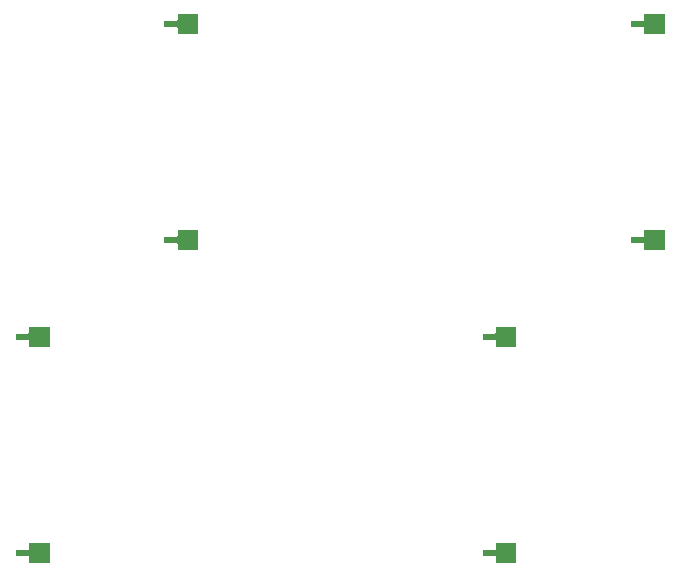
<source format=gbr>
%TF.GenerationSoftware,Altium Limited,Altium Designer,24.10.1 (45)*%
G04 Layer_Color=8421504*
%FSLAX45Y45*%
%MOMM*%
%TF.SameCoordinates,60A24816-13A2-4E53-95B9-A8CDB98880B0*%
%TF.FilePolarity,Positive*%
%TF.FileFunction,Paste,Top*%
%TF.Part,Single*%
G01*
G75*
G36*
X816400Y368400D02*
X817100D01*
X817800Y368500D01*
X818400Y368600D01*
X819100Y368700D01*
X819800Y368800D01*
X820400Y369000D01*
X821100Y369300D01*
X821700Y369500D01*
X822300Y369800D01*
X822900Y370100D01*
X823500Y370500D01*
X824000Y370900D01*
X824600Y371300D01*
X825100Y371700D01*
X825600Y372200D01*
X826100Y372700D01*
X826500Y373200D01*
X826900Y373800D01*
X827300Y374300D01*
X827700Y374900D01*
X828000Y375500D01*
X828300Y376100D01*
X828500Y376700D01*
X828800Y377400D01*
X829000Y378000D01*
X829100Y378700D01*
X829200Y379400D01*
X829300Y380000D01*
X829400Y380700D01*
Y427900D01*
X999400D01*
Y257900D01*
X829400D01*
Y305100D01*
X829300Y305800D01*
X829200Y306400D01*
X829100Y307100D01*
X829000Y307800D01*
X828800Y308400D01*
X828500Y309100D01*
X828300Y309700D01*
X828000Y310300D01*
X827700Y310900D01*
X827300Y311500D01*
X826900Y312000D01*
X826500Y312600D01*
X826100Y313100D01*
X825600Y313600D01*
X825100Y314100D01*
X824600Y314500D01*
X824000Y314900D01*
X823500Y315300D01*
X822900Y315700D01*
X822300Y316000D01*
X821700Y316300D01*
X821100Y316500D01*
X820400Y316800D01*
X819800Y317000D01*
X819100Y317100D01*
X818400Y317200D01*
X817800Y317300D01*
X817100Y317400D01*
X816400D01*
X717400D01*
Y368400D01*
X816400D01*
D02*
G37*
G36*
Y2202280D02*
X817100D01*
X817800Y2202380D01*
X818400Y2202480D01*
X819100Y2202580D01*
X819800Y2202680D01*
X820400Y2202880D01*
X821100Y2203180D01*
X821700Y2203380D01*
X822300Y2203680D01*
X822900Y2203980D01*
X823500Y2204380D01*
X824000Y2204780D01*
X824600Y2205180D01*
X825100Y2205580D01*
X825600Y2206080D01*
X826100Y2206580D01*
X826500Y2207080D01*
X826900Y2207680D01*
X827300Y2208180D01*
X827700Y2208780D01*
X828000Y2209380D01*
X828300Y2209980D01*
X828500Y2210580D01*
X828800Y2211280D01*
X829000Y2211880D01*
X829100Y2212580D01*
X829200Y2213280D01*
X829300Y2213880D01*
X829400Y2214580D01*
Y2261780D01*
X999400D01*
Y2091780D01*
X829400D01*
Y2138980D01*
X829300Y2139680D01*
X829200Y2140280D01*
X829100Y2140980D01*
X829000Y2141680D01*
X828800Y2142280D01*
X828500Y2142980D01*
X828300Y2143580D01*
X828000Y2144180D01*
X827700Y2144780D01*
X827300Y2145380D01*
X826900Y2145880D01*
X826500Y2146480D01*
X826100Y2146980D01*
X825600Y2147480D01*
X825100Y2147980D01*
X824600Y2148380D01*
X824000Y2148780D01*
X823500Y2149180D01*
X822900Y2149580D01*
X822300Y2149880D01*
X821700Y2150180D01*
X821100Y2150380D01*
X820400Y2150680D01*
X819800Y2150880D01*
X819100Y2150980D01*
X818400Y2151080D01*
X817800Y2151180D01*
X817100Y2151280D01*
X816400D01*
X717400D01*
Y2202280D01*
X816400D01*
D02*
G37*
G36*
X2071160Y3017620D02*
X2071860D01*
X2072560Y3017720D01*
X2073160Y3017820D01*
X2073860Y3017920D01*
X2074560Y3018020D01*
X2075160Y3018220D01*
X2075860Y3018520D01*
X2076460Y3018720D01*
X2077060Y3019020D01*
X2077660Y3019320D01*
X2078260Y3019720D01*
X2078760Y3020120D01*
X2079360Y3020520D01*
X2079860Y3020920D01*
X2080360Y3021420D01*
X2080860Y3021920D01*
X2081260Y3022420D01*
X2081660Y3023020D01*
X2082060Y3023520D01*
X2082460Y3024120D01*
X2082760Y3024720D01*
X2083060Y3025320D01*
X2083260Y3025920D01*
X2083560Y3026620D01*
X2083760Y3027220D01*
X2083860Y3027920D01*
X2083960Y3028620D01*
X2084060Y3029220D01*
X2084160Y3029920D01*
Y3077120D01*
X2254160D01*
Y2907120D01*
X2084160D01*
Y2954320D01*
X2084060Y2955020D01*
X2083960Y2955620D01*
X2083860Y2956320D01*
X2083760Y2957020D01*
X2083560Y2957620D01*
X2083260Y2958320D01*
X2083060Y2958920D01*
X2082760Y2959520D01*
X2082460Y2960120D01*
X2082060Y2960720D01*
X2081660Y2961220D01*
X2081260Y2961820D01*
X2080860Y2962320D01*
X2080360Y2962820D01*
X2079860Y2963320D01*
X2079360Y2963720D01*
X2078760Y2964120D01*
X2078260Y2964520D01*
X2077660Y2964920D01*
X2077060Y2965220D01*
X2076460Y2965520D01*
X2075860Y2965720D01*
X2075160Y2966020D01*
X2074560Y2966220D01*
X2073860Y2966320D01*
X2073160Y2966420D01*
X2072560Y2966520D01*
X2071860Y2966620D01*
X2071160D01*
X1972160D01*
Y3017620D01*
X2071160D01*
D02*
G37*
G36*
Y4851500D02*
X2071860D01*
X2072560Y4851600D01*
X2073160Y4851700D01*
X2073860Y4851800D01*
X2074560Y4851900D01*
X2075160Y4852100D01*
X2075860Y4852400D01*
X2076460Y4852600D01*
X2077060Y4852900D01*
X2077660Y4853200D01*
X2078260Y4853600D01*
X2078760Y4854000D01*
X2079360Y4854400D01*
X2079860Y4854800D01*
X2080360Y4855300D01*
X2080860Y4855800D01*
X2081260Y4856300D01*
X2081660Y4856900D01*
X2082060Y4857400D01*
X2082460Y4858000D01*
X2082760Y4858600D01*
X2083060Y4859200D01*
X2083260Y4859800D01*
X2083560Y4860500D01*
X2083760Y4861100D01*
X2083860Y4861800D01*
X2083960Y4862500D01*
X2084060Y4863100D01*
X2084160Y4863800D01*
Y4911000D01*
X2254160D01*
Y4741000D01*
X2084160D01*
Y4788200D01*
X2084060Y4788900D01*
X2083960Y4789500D01*
X2083860Y4790200D01*
X2083760Y4790900D01*
X2083560Y4791500D01*
X2083260Y4792200D01*
X2083060Y4792800D01*
X2082760Y4793400D01*
X2082460Y4794000D01*
X2082060Y4794600D01*
X2081660Y4795100D01*
X2081260Y4795700D01*
X2080860Y4796200D01*
X2080360Y4796700D01*
X2079860Y4797200D01*
X2079360Y4797600D01*
X2078760Y4798000D01*
X2078260Y4798400D01*
X2077660Y4798800D01*
X2077060Y4799100D01*
X2076460Y4799400D01*
X2075860Y4799600D01*
X2075160Y4799900D01*
X2074560Y4800100D01*
X2073860Y4800200D01*
X2073160Y4800300D01*
X2072560Y4800400D01*
X2071860Y4800500D01*
X2071160D01*
X1972160D01*
Y4851500D01*
X2071160D01*
D02*
G37*
G36*
X4768640Y368400D02*
X4769340D01*
X4770040Y368500D01*
X4770640Y368600D01*
X4771340Y368700D01*
X4772040Y368800D01*
X4772640Y369000D01*
X4773340Y369300D01*
X4773940Y369500D01*
X4774540Y369800D01*
X4775140Y370100D01*
X4775740Y370500D01*
X4776240Y370900D01*
X4776840Y371300D01*
X4777340Y371700D01*
X4777840Y372200D01*
X4778340Y372700D01*
X4778740Y373200D01*
X4779140Y373800D01*
X4779540Y374300D01*
X4779940Y374900D01*
X4780240Y375500D01*
X4780540Y376100D01*
X4780740Y376700D01*
X4781040Y377400D01*
X4781240Y378000D01*
X4781340Y378700D01*
X4781440Y379400D01*
X4781540Y380000D01*
X4781640Y380700D01*
Y427900D01*
X4951640D01*
Y257900D01*
X4781640D01*
Y305100D01*
X4781540Y305800D01*
X4781440Y306400D01*
X4781340Y307100D01*
X4781240Y307800D01*
X4781040Y308400D01*
X4780740Y309100D01*
X4780540Y309700D01*
X4780240Y310300D01*
X4779940Y310900D01*
X4779540Y311500D01*
X4779140Y312000D01*
X4778740Y312600D01*
X4778340Y313100D01*
X4777840Y313600D01*
X4777340Y314100D01*
X4776840Y314500D01*
X4776240Y314900D01*
X4775740Y315300D01*
X4775140Y315700D01*
X4774540Y316000D01*
X4773940Y316300D01*
X4773340Y316500D01*
X4772640Y316800D01*
X4772040Y317000D01*
X4771340Y317100D01*
X4770640Y317200D01*
X4770040Y317300D01*
X4769340Y317400D01*
X4768640D01*
X4669640D01*
Y368400D01*
X4768640D01*
D02*
G37*
G36*
Y2202280D02*
X4769340D01*
X4770040Y2202380D01*
X4770640Y2202480D01*
X4771340Y2202580D01*
X4772040Y2202680D01*
X4772640Y2202880D01*
X4773340Y2203180D01*
X4773940Y2203380D01*
X4774540Y2203680D01*
X4775140Y2203980D01*
X4775740Y2204380D01*
X4776240Y2204780D01*
X4776840Y2205180D01*
X4777340Y2205580D01*
X4777840Y2206080D01*
X4778340Y2206580D01*
X4778740Y2207080D01*
X4779140Y2207680D01*
X4779540Y2208180D01*
X4779940Y2208780D01*
X4780240Y2209380D01*
X4780540Y2209980D01*
X4780740Y2210580D01*
X4781040Y2211280D01*
X4781240Y2211880D01*
X4781340Y2212580D01*
X4781440Y2213280D01*
X4781540Y2213880D01*
X4781640Y2214580D01*
Y2261780D01*
X4951640D01*
Y2091780D01*
X4781640D01*
Y2138980D01*
X4781540Y2139680D01*
X4781440Y2140280D01*
X4781340Y2140980D01*
X4781240Y2141680D01*
X4781040Y2142280D01*
X4780740Y2142980D01*
X4780540Y2143580D01*
X4780240Y2144180D01*
X4779940Y2144780D01*
X4779540Y2145380D01*
X4779140Y2145880D01*
X4778740Y2146480D01*
X4778340Y2146980D01*
X4777840Y2147480D01*
X4777340Y2147980D01*
X4776840Y2148380D01*
X4776240Y2148780D01*
X4775740Y2149180D01*
X4775140Y2149580D01*
X4774540Y2149880D01*
X4773940Y2150180D01*
X4773340Y2150380D01*
X4772640Y2150680D01*
X4772040Y2150880D01*
X4771340Y2150980D01*
X4770640Y2151080D01*
X4770040Y2151180D01*
X4769340Y2151280D01*
X4768640D01*
X4669640D01*
Y2202280D01*
X4768640D01*
D02*
G37*
G36*
X6023400Y3017620D02*
X6024100D01*
X6024800Y3017720D01*
X6025400Y3017820D01*
X6026100Y3017920D01*
X6026800Y3018020D01*
X6027400Y3018220D01*
X6028100Y3018520D01*
X6028700Y3018720D01*
X6029300Y3019020D01*
X6029900Y3019320D01*
X6030500Y3019720D01*
X6031000Y3020120D01*
X6031600Y3020520D01*
X6032100Y3020920D01*
X6032600Y3021420D01*
X6033100Y3021920D01*
X6033500Y3022420D01*
X6033900Y3023020D01*
X6034300Y3023520D01*
X6034700Y3024120D01*
X6035000Y3024720D01*
X6035300Y3025320D01*
X6035500Y3025920D01*
X6035800Y3026620D01*
X6036000Y3027220D01*
X6036100Y3027920D01*
X6036200Y3028620D01*
X6036300Y3029220D01*
X6036400Y3029920D01*
Y3077120D01*
X6206400D01*
Y2907120D01*
X6036400D01*
Y2954320D01*
X6036300Y2955020D01*
X6036200Y2955620D01*
X6036100Y2956320D01*
X6036000Y2957020D01*
X6035800Y2957620D01*
X6035500Y2958320D01*
X6035300Y2958920D01*
X6035000Y2959520D01*
X6034700Y2960120D01*
X6034300Y2960720D01*
X6033900Y2961220D01*
X6033500Y2961820D01*
X6033100Y2962320D01*
X6032600Y2962820D01*
X6032100Y2963320D01*
X6031600Y2963720D01*
X6031000Y2964120D01*
X6030500Y2964520D01*
X6029900Y2964920D01*
X6029300Y2965220D01*
X6028700Y2965520D01*
X6028100Y2965720D01*
X6027400Y2966020D01*
X6026800Y2966220D01*
X6026100Y2966320D01*
X6025400Y2966420D01*
X6024800Y2966520D01*
X6024100Y2966620D01*
X6023400D01*
X5924400D01*
Y3017620D01*
X6023400D01*
D02*
G37*
G36*
Y4851500D02*
X6024100D01*
X6024800Y4851600D01*
X6025400Y4851700D01*
X6026100Y4851800D01*
X6026800Y4851900D01*
X6027400Y4852100D01*
X6028100Y4852400D01*
X6028700Y4852600D01*
X6029300Y4852900D01*
X6029900Y4853200D01*
X6030500Y4853600D01*
X6031000Y4854000D01*
X6031600Y4854400D01*
X6032100Y4854800D01*
X6032600Y4855300D01*
X6033100Y4855800D01*
X6033500Y4856300D01*
X6033900Y4856900D01*
X6034300Y4857400D01*
X6034700Y4858000D01*
X6035000Y4858600D01*
X6035300Y4859200D01*
X6035500Y4859800D01*
X6035800Y4860500D01*
X6036000Y4861100D01*
X6036100Y4861800D01*
X6036200Y4862500D01*
X6036300Y4863100D01*
X6036400Y4863800D01*
Y4911000D01*
X6206400D01*
Y4741000D01*
X6036400D01*
Y4788200D01*
X6036300Y4788900D01*
X6036200Y4789500D01*
X6036100Y4790200D01*
X6036000Y4790900D01*
X6035800Y4791500D01*
X6035500Y4792200D01*
X6035300Y4792800D01*
X6035000Y4793400D01*
X6034700Y4794000D01*
X6034300Y4794600D01*
X6033900Y4795100D01*
X6033500Y4795700D01*
X6033100Y4796200D01*
X6032600Y4796700D01*
X6032100Y4797200D01*
X6031600Y4797600D01*
X6031000Y4798000D01*
X6030500Y4798400D01*
X6029900Y4798800D01*
X6029300Y4799100D01*
X6028700Y4799400D01*
X6028100Y4799600D01*
X6027400Y4799900D01*
X6026800Y4800100D01*
X6026100Y4800200D01*
X6025400Y4800300D01*
X6024800Y4800400D01*
X6024100Y4800500D01*
X6023400D01*
X5924400D01*
Y4851500D01*
X6023400D01*
D02*
G37*
%TF.MD5,de878c435b67b0b3ae2a8bf78bc4d683*%
M02*

</source>
